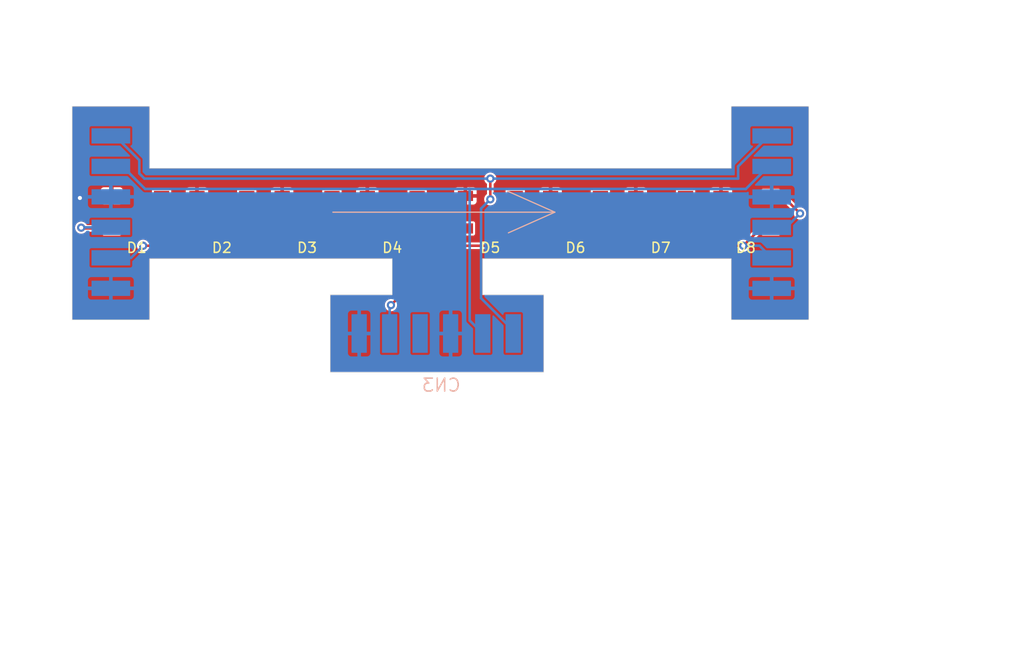
<source format=kicad_pcb>
(kicad_pcb (version 20211014) (generator pcbnew)
  (layers (0 "F.Cu" signal) (31 "B.Cu" signal) (34 "B.Paste" user) (35 "F.Paste" user) (36 "B.SilkS" user "B.Silkscreen") (37 "F.SilkS" user "F.Silkscreen") (38 "B.Mask" user) (39 "F.Mask" user) (44 "Edge.Cuts" user))
  (net 0 "")
  (net 1 "+5V")
  (net 2 "GND")
  (net 3 "Net-(CN1-Pad2)")
  (net 4 "Net-(CN2-Pad3)")
  (net 5 "Net-(D1-Pad2)")
  (net 6 "Net-(D2-Pad2)")
  (net 7 "Net-(D3-Pad2)")
  (net 8 "Net-(D4-Pad2)")
  (net 9 "Net-(D5-Pad2)")
  (net 10 "Net-(D6-Pad2)")
  (net 11 "Net-(D7-Pad2)")
  (net 12 "Net-(CN1-Pad4)")
  (net 13 "Net-(CN1-Pad1)")
  (footprint "LED_SMD:LED_WS2812B_PLCC4_5.0x5.0mm_P3.2mm" (layer "F.Cu") (at 163.576 107.95 180)
    (fp_text reference "D5" (at 0 -3.5) (layer "F.SilkS"))
    (fp_text value "WS2812B")
    (pad "1" smd rect (at -2.45 -1.6 180) (size 1.5 1) (layers "F.Cu" "F.Paste" "F.Mask") (net 1 "+5V"))
    (pad "2" smd rect (at -2.45 1.6 180) (size 1.5 1) (layers "F.Cu" "F.Paste" "F.Mask") (net 9 "Net-(D5-Pad2)"))
    (pad "3" smd rect (at 2.45 1.6 180) (size 1.5 1) (layers "F.Cu" "F.Paste" "F.Mask") (net 2 "GND"))
    (pad "4" smd rect (at 2.45 -1.6 180) (size 1.5 1) (layers "F.Cu" "F.Paste" "F.Mask") (net 8 "Net-(D4-Pad2)"))
  )
  (footprint "LED_SMD:LED_WS2812B_PLCC4_5.0x5.0mm_P3.2mm" (layer "F.Cu") (at 188.722 107.95 180)
    (fp_text reference "D8" (at 0 -3.5) (layer "F.SilkS"))
    (fp_text value "WS2812B")
    (pad "1" smd rect (at -2.45 -1.6 180) (size 1.5 1) (layers "F.Cu" "F.Paste" "F.Mask") (net 1 "+5V"))
    (pad "2" smd rect (at -2.45 1.6 180) (size 1.5 1) (layers "F.Cu" "F.Paste" "F.Mask") (net 12 "Net-(CN1-Pad4)"))
    (pad "3" smd rect (at 2.45 1.6 180) (size 1.5 1) (layers "F.Cu" "F.Paste" "F.Mask") (net 2 "GND"))
    (pad "4" smd rect (at 2.45 -1.6 180) (size 1.5 1) (layers "F.Cu" "F.Paste" "F.Mask") (net 11 "Net-(D7-Pad2)"))
  )
  (footprint "LED_SMD:LED_WS2812B_PLCC4_5.0x5.0mm_P3.2mm" (layer "F.Cu") (at 171.958 107.95 180)
    (fp_text reference "D6" (at 0 -3.5) (layer "F.SilkS"))
    (fp_text value "WS2812B")
    (pad "1" smd rect (at -2.45 -1.6 180) (size 1.5 1) (layers "F.Cu" "F.Paste" "F.Mask") (net 1 "+5V"))
    (pad "2" smd rect (at -2.45 1.6 180) (size 1.5 1) (layers "F.Cu" "F.Paste" "F.Mask") (net 10 "Net-(D6-Pad2)"))
    (pad "3" smd rect (at 2.45 1.6 180) (size 1.5 1) (layers "F.Cu" "F.Paste" "F.Mask") (net 2 "GND"))
    (pad "4" smd rect (at 2.45 -1.6 180) (size 1.5 1) (layers "F.Cu" "F.Paste" "F.Mask") (net 9 "Net-(D5-Pad2)"))
  )
  (footprint "LED_SMD:LED_WS2812B_PLCC4_5.0x5.0mm_P3.2mm" (layer "F.Cu") (at 128.778 107.95 180)
    (fp_text reference "D1" (at 0 -3.5) (layer "F.SilkS"))
    (fp_text value "WS2812B")
    (pad "1" smd rect (at -2.45 -1.6 180) (size 1.5 1) (layers "F.Cu" "F.Paste" "F.Mask") (net 1 "+5V"))
    (pad "2" smd rect (at -2.45 1.6 180) (size 1.5 1) (layers "F.Cu" "F.Paste" "F.Mask") (net 5 "Net-(D1-Pad2)"))
    (pad "3" smd rect (at 2.45 1.6 180) (size 1.5 1) (layers "F.Cu" "F.Paste" "F.Mask") (net 2 "GND"))
    (pad "4" smd rect (at 2.45 -1.6 180) (size 1.5 1) (layers "F.Cu" "F.Paste" "F.Mask") (net 4 "Net-(CN2-Pad3)"))
  )
  (footprint "LED_SMD:LED_WS2812B_PLCC4_5.0x5.0mm_P3.2mm" (layer "F.Cu") (at 180.34 107.95 180)
    (fp_text reference "D7" (at 0 -3.5) (layer "F.SilkS"))
    (fp_text value "WS2812B")
    (pad "1" smd rect (at -2.45 -1.6 180) (size 1.5 1) (layers "F.Cu" "F.Paste" "F.Mask") (net 1 "+5V"))
    (pad "2" smd rect (at -2.45 1.6 180) (size 1.5 1) (layers "F.Cu" "F.Paste" "F.Mask") (net 11 "Net-(D7-Pad2)"))
    (pad "3" smd rect (at 2.45 1.6 180) (size 1.5 1) (layers "F.Cu" "F.Paste" "F.Mask") (net 2 "GND"))
    (pad "4" smd rect (at 2.45 -1.6 180) (size 1.5 1) (layers "F.Cu" "F.Paste" "F.Mask") (net 10 "Net-(D6-Pad2)"))
  )
  (footprint "LED_SMD:LED_WS2812B_PLCC4_5.0x5.0mm_P3.2mm" (layer "F.Cu") (at 137.16 107.95 180)
    (fp_text reference "D2" (at 0 -3.5) (layer "F.SilkS"))
    (fp_text value "WS2812B")
    (pad "1" smd rect (at -2.45 -1.6 180) (size 1.5 1) (layers "F.Cu" "F.Paste" "F.Mask") (net 1 "+5V"))
    (pad "2" smd rect (at -2.45 1.6 180) (size 1.5 1) (layers "F.Cu" "F.Paste" "F.Mask") (net 6 "Net-(D2-Pad2)"))
    (pad "3" smd rect (at 2.45 1.6 180) (size 1.5 1) (layers "F.Cu" "F.Paste" "F.Mask") (net 2 "GND"))
    (pad "4" smd rect (at 2.45 -1.6 180) (size 1.5 1) (layers "F.Cu" "F.Paste" "F.Mask") (net 5 "Net-(D1-Pad2)"))
  )
  (footprint "LED_SMD:LED_WS2812B_PLCC4_5.0x5.0mm_P3.2mm" (layer "F.Cu") (at 153.924 107.95 180)
    (fp_text reference "D4" (at 0 -3.5) (layer "F.SilkS"))
    (fp_text value "WS2812B")
    (pad "1" smd rect (at -2.45 -1.6 180) (size 1.5 1) (layers "F.Cu" "F.Paste" "F.Mask") (net 1 "+5V"))
    (pad "2" smd rect (at -2.45 1.6 180) (size 1.5 1) (layers "F.Cu" "F.Paste" "F.Mask") (net 8 "Net-(D4-Pad2)"))
    (pad "3" smd rect (at 2.45 1.6 180) (size 1.5 1) (layers "F.Cu" "F.Paste" "F.Mask") (net 2 "GND"))
    (pad "4" smd rect (at 2.45 -1.6 180) (size 1.5 1) (layers "F.Cu" "F.Paste" "F.Mask") (net 7 "Net-(D3-Pad2)"))
  )
  (footprint "LED_SMD:LED_WS2812B_PLCC4_5.0x5.0mm_P3.2mm" (layer "F.Cu") (at 145.542 107.95 180)
    (fp_text reference "D3" (at 0 -3.5) (layer "F.SilkS"))
    (fp_text value "WS2812B")
    (pad "1" smd rect (at -2.45 -1.6 180) (size 1.5 1) (layers "F.Cu" "F.Paste" "F.Mask") (net 1 "+5V"))
    (pad "2" smd rect (at -2.45 1.6 180) (size 1.5 1) (layers "F.Cu" "F.Paste" "F.Mask") (net 7 "Net-(D3-Pad2)"))
    (pad "3" smd rect (at 2.45 1.6 180) (size 1.5 1) (layers "F.Cu" "F.Paste" "F.Mask") (net 2 "GND"))
    (pad "4" smd rect (at 2.45 -1.6 180) (size 1.5 1) (layers "F.Cu" "F.Paste" "F.Mask") (net 6 "Net-(D2-Pad2)"))
  )
  (footprint "Adafruit NeoPixel 8 Stick:1X4-SMT" (layer "B.Cu") (at 158.75 119.888 180)
    (fp_text reference "CN3" (at 0 -5.08) (layer "B.SilkS") (effects (font (size 1.27 1.27)) (justify mirror)))
    (fp_text value "1X4SMT")
    (pad "1" smd rect (at -7.08 0 180) (size 1.5 3.8) (layers "B.Cu" "B.Paste" "B.Mask") (net 13 "Net-(CN1-Pad1)"))
    (pad "2" smd rect (at -4.08 0 180) (size 1.5 3.8) (layers "B.Cu" "B.Paste" "B.Mask") (net 3 "Net-(CN1-Pad2)"))
    (pad "3" smd rect (at -0.92 0 180) (size 1.5 3.8) (layers "B.Cu" "B.Paste" "B.Mask") (net 2 "GND"))
    (pad "4" smd rect (at 2.08 0 180) (size 1.5 3.8) (layers "B.Cu" "B.Paste" "B.Mask"))
    (pad "5" smd rect (at 5.08 0 180) (size 1.5 3.8) (layers "B.Cu" "B.Paste" "B.Mask") (net 1 "+5V"))
    (pad "6" smd rect (at 8.08 0 180) (size 1.5 3.8) (layers "B.Cu" "B.Paste" "B.Mask") (net 2 "GND"))
  )
  (footprint "Adafruit NeoPixel 8 Stick:1X4-SMT" (layer "B.Cu") (at 126.873 107.442 90)
    (fp_text reference "CN2" hide)
    (fp_text value "1X4SMT" hide)
    (pad "1" smd rect (at -8 -0.635 90) (size 1.5 3.8) (layers "B.Cu" "B.Paste" "B.Mask") (net 2 "GND"))
    (pad "2" smd rect (at -5 -0.635 90) (size 1.5 3.8) (layers "B.Cu" "B.Paste" "B.Mask") (net 1 "+5V"))
    (pad "3" smd rect (at -2 -0.635 90) (size 1.5 3.8) (layers "B.Cu" "B.Paste" "B.Mask") (net 4 "Net-(CN2-Pad3)"))
    (pad "4" smd rect (at 1 -0.635 90) (size 1.5 3.8) (layers "B.Cu" "B.Paste" "B.Mask") (net 2 "GND"))
    (pad "5" smd rect (at 4 -0.635 90) (size 1.5 3.8) (layers "B.Cu" "B.Paste" "B.Mask") (net 3 "Net-(CN1-Pad2)"))
    (pad "6" smd rect (at 7 -0.635 90) (size 1.5 3.8) (layers "B.Cu" "B.Paste" "B.Mask") (net 13 "Net-(CN1-Pad1)"))
  )
  (footprint "Adafruit NeoPixel 8 Stick:1X4-SMT" (layer "B.Cu") (at 190.627 108.45 -90)
    (fp_text reference "CN1" hide)
    (fp_text value "1X4SMT" hide)
    (pad "1" smd rect (at -8 -0.635 270) (size 1.5 3.8) (layers "B.Cu" "B.Paste" "B.Mask") (net 13 "Net-(CN1-Pad1)"))
    (pad "2" smd rect (at -5 -0.635 270) (size 1.5 3.8) (layers "B.Cu" "B.Paste" "B.Mask") (net 3 "Net-(CN1-Pad2)"))
    (pad "3" smd rect (at -2 -0.635 270) (size 1.5 3.8) (layers "B.Cu" "B.Paste" "B.Mask") (net 2 "GND"))
    (pad "4" smd rect (at 1 -0.635 270) (size 1.5 3.8) (layers "B.Cu" "B.Paste" "B.Mask") (net 12 "Net-(CN1-Pad4)"))
    (pad "5" smd rect (at 4 -0.635 270) (size 1.5 3.8) (layers "B.Cu" "B.Paste" "B.Mask") (net 1 "+5V"))
    (pad "6" smd rect (at 7 -0.635 270) (size 1.5 3.8) (layers "B.Cu" "B.Paste" "B.Mask") (net 2 "GND"))
  )
  (gr_line (start 169.926 107.95) (end 165.354 105.918) (layer "B.SilkS") (width 0.12))
  (gr_line (start 169.926 107.95) (end 165.354 109.982) (layer "B.SilkS") (width 0.12))
  (gr_line (start 148.082 107.95) (end 169.926 107.95) (layer "B.SilkS") (width 0.12))
  (gr_line (start 130.048 118.536) (end 122.428 118.536) (layer "Edge.Cuts") (width 0.05))
  (gr_line (start 153.924 116.078) (end 153.924 112.522) (layer "Edge.Cuts") (width 0.05))
  (gr_line (start 130.048 103.632) (end 187.288 103.632) (layer "Edge.Cuts") (width 0.05))
  (gr_line (start 194.908 97.536) (end 194.908 118.536) (layer "Edge.Cuts") (width 0.05))
  (gr_line (start 122.428 97.536) (end 122.428 118.536) (layer "Edge.Cuts") (width 0.05))
  (gr_line locked (start 194.908 118.536) (end 187.288 118.536) (layer "Edge.Cuts") (width 0.05))
  (gr_line (start 168.828 116.078) (end 162.814 116.078) (layer "Edge.Cuts") (width 0.05))
  (gr_line (start 130.048 97.536) (end 130.048 103.632) (layer "Edge.Cuts") (width 0.05))
  (gr_line (start 168.828 116.078) (end 168.828 123.698) (layer "Edge.Cuts") (width 0.05))
  (gr_line (start 162.814 112.522) (end 187.288 112.522) (layer "Edge.Cuts") (width 0.05))
  (gr_line (start 187.288 118.536) (end 187.288 112.522) (layer "Edge.Cuts") (width 0.05))
  (gr_line (start 187.288 97.536) (end 194.908 97.536) (layer "Edge.Cuts") (width 0.05))
  (gr_line (start 122.428 97.536) (end 130.048 97.536) (layer "Edge.Cuts") (width 0.05))
  (gr_line (start 130.048 112.522) (end 153.924 112.522) (layer "Edge.Cuts") (width 0.05))
  (gr_line (start 147.828 123.698) (end 147.828 116.078) (layer "Edge.Cuts") (width 0.05))
  (gr_line (start 147.828 116.078) (end 153.924 116.078) (layer "Edge.Cuts") (width 0.05))
  (gr_line (start 187.288 97.536) (end 187.288 103.632) (layer "Edge.Cuts") (width 0.05))
  (gr_line (start 162.814 112.522) (end 162.814 116.078) (layer "Edge.Cuts") (width 0.05))
  (gr_line (start 130.048 118.536) (end 130.048 112.522) (layer "Edge.Cuts") (width 0.05))
  (gr_line (start 147.828 123.698) (end 168.828 123.698) (layer "Edge.Cuts") (width 0.05))
  (segment (start 166.026 109.55) (end 166.026 111.162) (width 0.25) (layer "F.Cu") (net 1))
  (segment (start 139.61 111.162) (end 139.7 111.252) (width 0.25) (layer "F.Cu") (net 1))
  (segment (start 182.79 109.55) (end 182.79 111.162) (width 0.25) (layer "F.Cu") (net 1))
  (segment (start 129.413 111.252) (end 131.318 111.252) (width 0.25) (layer "F.Cu") (net 1))
  (segment (start 148.082 111.252) (end 156.464 111.252) (width 0.25) (layer "F.Cu") (net 1))
  (segment (start 166.116 111.252) (end 174.498 111.252) (width 0.25) (layer "F.Cu") (net 1))
  (segment (start 156.374 109.55) (end 156.374 111.162) (width 0.25) (layer "F.Cu") (net 1))
  (segment (start 139.7 111.252) (end 148.082 111.252) (width 0.25) (layer "F.Cu") (net 1))
  (segment (start 147.992 109.55) (end 147.992 111.162) (width 0.25) (layer "F.Cu") (net 1))
  (segment (start 131.318 111.252) (end 139.7 111.252) (width 0.25) (layer "F.Cu") (net 1))
  (segment (start 156.374 111.162) (end 156.464 111.252) (width 0.25) (layer "F.Cu") (net 1))
  (segment (start 190.17 109.55) (end 191.172 109.55) (width 0.25) (layer "F.Cu") (net 1))
  (segment (start 156.464 111.252) (end 156.464 114.427) (width 0.25) (layer "F.Cu") (net 1))
  (segment (start 139.61 109.55) (end 139.61 111.162) (width 0.25) (layer "F.Cu") (net 1))
  (segment (start 182.88 111.252) (end 188.468 111.252) (width 0.25) (layer "F.Cu") (net 1))
  (segment (start 147.992 111.162) (end 148.082 111.252) (width 0.25) (layer "F.Cu") (net 1))
  (segment (start 174.498 111.252) (end 182.88 111.252) (width 0.25) (layer "F.Cu") (net 1))
  (segment (start 156.464 111.252) (end 166.116 111.252) (width 0.25) (layer "F.Cu") (net 1))
  (segment (start 166.026 111.162) (end 166.116 111.252) (width 0.25) (layer "F.Cu") (net 1))
  (segment (start 131.228 109.55) (end 131.228 111.162) (width 0.25) (layer "F.Cu") (net 1))
  (segment (start 174.408 111.162) (end 174.498 111.252) (width 0.25) (layer "F.Cu") (net 1))
  (segment (start 131.228 111.162) (end 131.318 111.252) (width 0.25) (layer "F.Cu") (net 1))
  (segment (start 174.408 109.55) (end 174.408 111.162) (width 0.25) (layer "F.Cu") (net 1))
  (segment (start 156.464 114.427) (end 153.797 117.094) (width 0.25) (layer "F.Cu") (net 1))
  (segment (start 188.468 111.252) (end 190.17 109.55) (width 0.25) (layer "F.Cu") (net 1))
  (segment (start 182.79 111.162) (end 182.88 111.252) (width 0.25) (layer "F.Cu") (net 1))
  (via (at 129.413 111.252) (size 0.8) (drill 0.4) (layers "F.Cu" "B.Cu") (net 1))
  (via (at 153.797 117.094) (size 0.8) (drill 0.4) (layers "F.Cu" "B.Cu") (net 1))
  (via (at 188.468 111.252) (size 0.8) (drill 0.4) (layers "F.Cu" "B.Cu") (net 1))
  (segment (start 191.262 112.45) (end 190.064 111.252) (width 0.25) (layer "B.Cu") (net 1))
  (segment (start 153.67 119.888) (end 153.67 117.221) (width 0.25) (layer "B.Cu") (net 1))
  (segment (start 153.67 117.221) (end 153.797 117.094) (width 0.25) (layer "B.Cu") (net 1))
  (segment (start 128.223 112.442) (end 129.413 111.252) (width 0.25) (layer "B.Cu") (net 1))
  (segment (start 190.064 111.252) (end 188.468 111.252) (width 0.25) (layer "B.Cu") (net 1))
  (segment (start 126.238 112.442) (end 128.223 112.442) (width 0.25) (layer "B.Cu") (net 1))
  (segment (start 178.726 106.35) (end 177.622 106.35) (width 0.25) (layer "F.Cu") (net 2))
  (via (at 123.19 106.553) (size 0.8) (drill 0.4) (layers "F.Cu" "B.Cu") (net 2))
  (segment (start 161.544 118.602) (end 161.544 105.664) (width 0.25) (layer "B.Cu") (net 3))
  (segment (start 161.544 105.664) (end 188.722 105.664) (width 0.25) (layer "B.Cu") (net 3))
  (segment (start 129.61 105.664) (end 161.544 105.664) (width 0.25) (layer "B.Cu") (net 3))
  (segment (start 188.722 105.664) (end 190.936 103.45) (width 0.25) (layer "B.Cu") (net 3))
  (segment (start 162.83 119.888) (end 161.544 118.602) (width 0.25) (layer "B.Cu") (net 3))
  (segment (start 127.388 103.442) (end 129.61 105.664) (width 0.25) (layer "B.Cu") (net 3))
  (segment (start 123.393 109.55) (end 123.317 109.474) (width 0.25) (layer "F.Cu") (net 4))
  (segment (start 126.328 109.55) (end 123.393 109.55) (width 0.25) (layer "F.Cu") (net 4))
  (via (at 123.317 109.474) (size 0.8) (drill 0.4) (layers "F.Cu" "B.Cu") (net 4))
  (segment (start 126.238 109.442) (end 123.349 109.442) (width 0.25) (layer "B.Cu") (net 4))
  (segment (start 123.349 109.442) (end 123.317 109.474) (width 0.25) (layer "B.Cu") (net 4))
  (segment (start 131.51 106.35) (end 134.71 109.55) (width 0.25) (layer "F.Cu") (net 5))
  (segment (start 139.892 106.35) (end 143.092 109.55) (width 0.25) (layer "F.Cu") (net 6))
  (segment (start 148.274 106.35) (end 151.474 109.55) (width 0.25) (layer "F.Cu") (net 7))
  (segment (start 156.374 106.35) (end 157.926 106.35) (width 0.25) (layer "F.Cu") (net 8))
  (segment (start 157.926 106.35) (end 161.126 109.55) (width 0.25) (layer "F.Cu") (net 8))
  (segment (start 166.308 106.35) (end 169.508 109.55) (width 0.25) (layer "F.Cu") (net 9))
  (segment (start 174.69 106.35) (end 177.89 109.55) (width 0.25) (layer "F.Cu") (net 10))
  (segment (start 183.072 106.35) (end 186.272 109.55) (width 0.25) (layer "F.Cu") (net 11))
  (segment (start 192.329 106.35) (end 194.056 108.077) (width 0.25) (layer "F.Cu") (net 12))
  (segment (start 191.172 106.35) (end 192.329 106.35) (width 0.25) (layer "F.Cu") (net 12))
  (via (at 194.056 108.077) (size 0.8) (drill 0.4) (layers "F.Cu" "B.Cu") (net 12))
  (segment (start 192.683 109.45) (end 194.056 108.077) (width 0.25) (layer "B.Cu") (net 12))
  (segment (start 191.262 109.45) (end 192.683 109.45) (width 0.25) (layer "B.Cu") (net 12))
  (segment (start 163.576 106.68) (end 163.576 104.775) (width 0.25) (layer "F.Cu") (net 13))
  (via (at 163.576 106.68) (size 0.8) (drill 0.4) (layers "F.Cu" "B.Cu") (net 13))
  (via (at 163.576 104.648) (size 0.8) (drill 0.4) (layers "F.Cu" "B.Cu") (net 13))
  (segment (start 187.96 103.4456) (end 190.9556 100.45) (width 0.25) (layer "B.Cu") (net 13))
  (segment (start 162.664 107.592) (end 163.576 106.68) (width 0.25) (layer "B.Cu") (net 13))
  (segment (start 165.83 119.5816) (end 162.664 116.4156) (width 0.25) (layer "B.Cu") (net 13))
  (segment (start 129.54 104.648) (end 163.576 104.648) (width 0.25) (layer "B.Cu") (net 13))
  (segment (start 163.576 104.648) (end 187.96 104.648) (width 0.25) (layer "B.Cu") (net 13))
  (segment (start 165.83 119.888) (end 165.83 119.5816) (width 0.25) (layer "B.Cu") (net 13))
  (segment (start 187.96 104.648) (end 187.96 103.4456) (width 0.25) (layer "B.Cu") (net 13))
  (segment (start 162.664 116.4156) (end 162.664 107.592) (width 0.25) (layer "B.Cu") (net 13))
  (segment (start 129.032 102.828132) (end 129.032 104.14) (width 0.25) (layer "B.Cu") (net 13))
  (segment (start 126.645868 100.442) (end 129.032 102.828132) (width 0.25) (layer "B.Cu") (net 13))
  (segment (start 129.032 104.14) (end 129.54 104.648) (width 0.25) (layer "B.Cu") (net 13))
  (zone (net 2) (net_name "GND") (layers F&B.Cu) (priority 6) (connect_pads (clearance 0.000001)) (min_thickness 0.1524) (fill yes (thermal_gap 0.3548) (thermal_bridge_width 0.3548))
    (polygon (pts (xy 216.0905 152.4) (xy 115.3287 152.4) (xy 115.3287 87.0712) (xy 216.0905 87.0712)))
  )
)
</source>
